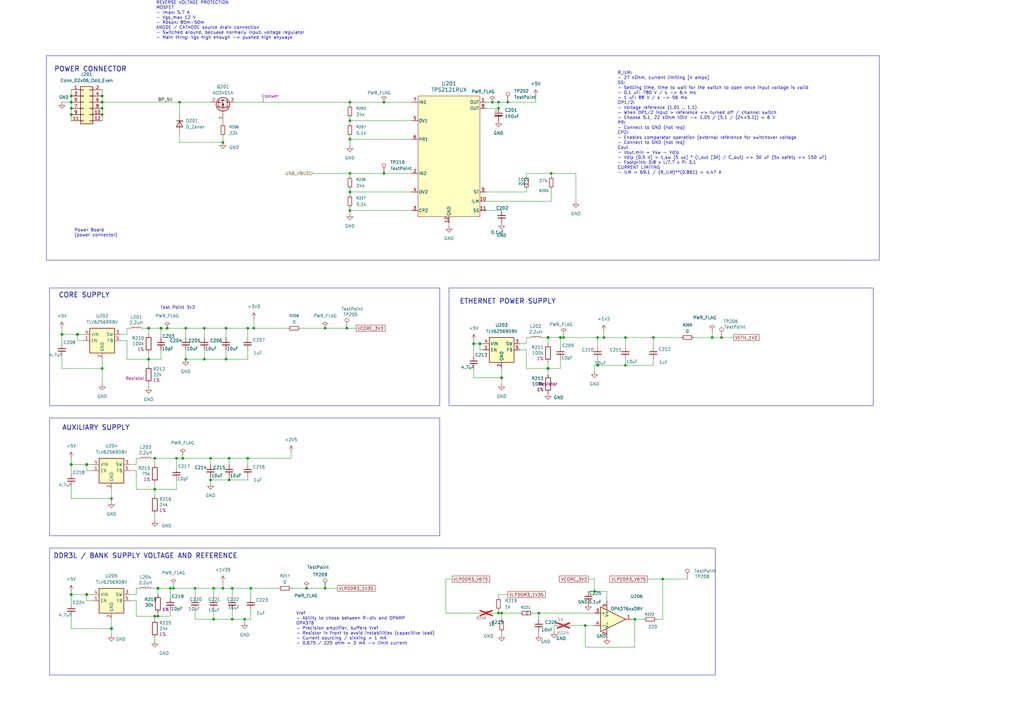
<source format=kicad_sch>
(kicad_sch (version 20250114) (generator "eeschema") (generator_version "9.0")
  (paper "A3")
  (rectangle (start 20.32 224.79) (end 293.37 276.86))
  (rectangle (start 20.32 118.11) (end 180.34 166.37))
  (rectangle (start 20.32 171.45) (end 180.34 219.71))
  (rectangle (start 184.15 118.11) (end 358.14 166.37))
  (rectangle (start 19.05 22.86) (end 360.68 106.68))
  (text "R_ILM: \n- 27 kOhm, current limiting [4 amps]\nSS:\n- Settling time, time to wait for the switch to open once input voltage is valid\n- 0.1 uF: 780 V / s -> 6.4 ms\n- 1 uF: 88 V / s -> 56 ms\nOP1/2:\n- Voltage reference (1.01 .. 1.1)\n- When OP1/2 input > reference => turned off / channel switch\n- Choose 5.1, 22 kOhm VDIV -> 1.05 / [5.1 / (24+5.1)] = 6 V\nPR:\n- Connect to GND (not req)\nCP2:\n- Enables comparator operation (external reference for switchover voltage\n- Connect to GND (not req)\nCout\n- Vout,min = Vsw - Vdip\n- Vdip [0.5 V] = t_sw [5 us] * (I_out [3A] / C_out) => 30 uF (5x safety => 150 uF)\n- Footprint: D:8 x L:7.7 x P: 3.1\nCURRENT LIMITING\n- ILM = 69.1 / (R_ILM)**(0.861) = 4.47 A" (at 253.238 71.628 0) (effects (font (size 1.27 1.27)) (justify left bottom)))
  (text "Test Point 3v3" (at 80.01 127 0) (effects (font (size 1.27 1.27)) (justify right bottom)))
  (text "DDR3L / BANK SUPPLY VOLTAGE AND REFERENCE" (at 59.69 228.092 0) (effects (font (size 2 2) (thickness 0.254) (bold yes))))
  (text "Power Board \n(power connector)" (at 30.48 97.282 0) (effects (font (size 1.27 1.27)) (justify left bottom)))
  (text "POWER CONNECTOR" (at 37.084 28.448 0) (effects (font (size 2 2) (thickness 0.254) (bold yes))))
  (text "ETHERNET POWER SUPPLY" (at 208.28 123.698 0) (effects (font (size 2 2) (thickness 0.254) (bold yes))))
  (text "REVERSE VOLTAGE PROTECTION\nMOSFET\n- Imax: 5.7 A\n- Vgs_max 12 V\n- Rdson: 85m-50m\nANODE / CATHODE source drain connection\n- Switched around, becuase normally input: voltage regulator\n- Main thing: Vgs high enough -> pushed high anyways" (at 64.008 16.256 0) (effects (font (size 1.27 1.27)) (justify left bottom)))
  (text "Vref\n- Ability to chose between R-div and OPAMP\nOPA376\n- Precision amplifier, buffers Vref\n- Resistor in front to avoid instabilities (capacitive load)\n- Current sourcing / sinking > 1 mA\n- 0.675 / 225 ohm = 3 mA -> limit current" (at 121.412 264.668 0) (effects (font (size 1.27 1.27)) (justify left bottom)))
  (text "CORE SUPPLY" (at 34.544 121.158 0) (effects (font (size 2 2) (thickness 0.254) (bold yes))))
  (text "AUXILIARY SUPPLY" (at 39.37 175.514 0) (effects (font (size 2 2) (thickness 0.254) (bold yes))))
  (junction (at 41.91 44.45))
  (junction (at 201.93 41.91))
  (junction (at 63.5 187.96))
  (junction (at 231.14 138.43))
  (junction (at 245.11 138.43))
  (junction (at 29.21 41.91))
  (junction (at 63.5 252.73))
  (junction (at 295.91 138.43))
  (junction (at 29.21 39.37))
  (junction (at 208.28 41.91))
  (junction (at 64.77 252.73))
  (junction (at 125.73 241.3))
  (junction (at 29.21 46.99))
  (junction (at 87.63 241.3))
  (junction (at 142.24 134.62))
  (junction (at 220.98 251.46))
  (junction (at 95.25 241.3))
  (junction (at 247.65 138.43))
  (junction (at 267.97 138.43))
  (junction (at 25.4 137.16) (diameter 1.016))
  (junction (at 224.79 138.43) (diameter 1.016))
  (junction (at 87.63 254))
  (junction (at 93.98 196.85))
  (junction (at 74.93 187.96))
  (junction (at 243.84 242.57))
  (junction (at 76.2 134.62))
  (junction (at 45.72 257.81) (diameter 1.016))
  (junction (at 92.71 147.32))
  (junction (at 260.35 254))
  (junction (at 93.98 187.96))
  (junction (at 35.56 243.84) (diameter 1.016))
  (junction (at 92.71 134.62))
  (junction (at 41.91 151.13))
  (junction (at 35.56 190.5) (diameter 1.016))
  (junction (at 101.6 187.96))
  (junction (at 204.47 41.91))
  (junction (at 143.51 71.12))
  (junction (at 229.87 138.43) (diameter 1.016))
  (junction (at 143.51 57.15))
  (junction (at 157.48 71.12))
  (junction (at 271.78 237.49))
  (junction (at 60.96 134.62) (diameter 1.016))
  (junction (at 76.2 147.32))
  (junction (at 133.35 241.3))
  (junction (at 91.44 58.42))
  (junction (at 29.21 243.84) (diameter 1.016))
  (junction (at 245.11 149.86))
  (junction (at 73.66 41.91))
  (junction (at 64.77 241.3) (diameter 1.016))
  (junction (at 292.1 138.43))
  (junction (at 63.5 200.66))
  (junction (at 157.48 41.91))
  (junction (at 80.01 241.3))
  (junction (at 68.58 134.62))
  (junction (at 91.44 241.3))
  (junction (at 95.25 254))
  (junction (at 83.82 134.62))
  (junction (at 72.39 187.96))
  (junction (at 100.33 254))
  (junction (at 205.74 251.46))
  (junction (at 102.87 241.3))
  (junction (at 143.51 86.36))
  (junction (at 69.85 241.3))
  (junction (at 86.36 187.96))
  (junction (at 205.74 154.94) (diameter 1.016))
  (junction (at 256.54 149.86))
  (junction (at 143.51 41.91))
  (junction (at 86.36 196.85))
  (junction (at 29.21 190.5) (diameter 1.016))
  (junction (at 83.82 147.32))
  (junction (at 194.31 140.97) (diameter 1.016))
  (junction (at 71.12 241.3))
  (junction (at 143.51 49.53))
  (junction (at 204.47 251.46))
  (junction (at 31.75 137.16) (diameter 1.016))
  (junction (at 224.79 151.13) (diameter 1.016))
  (junction (at 196.85 140.97) (diameter 1.016))
  (junction (at 60.96 147.32) (diameter 1.016))
  (junction (at 204.47 44.45))
  (junction (at 29.21 44.45))
  (junction (at 41.91 39.37))
  (junction (at 240.03 256.54))
  (junction (at 41.91 46.99))
  (junction (at 143.51 78.74))
  (junction (at 133.35 134.62))
  (junction (at 104.14 134.62))
  (junction (at 45.72 204.47))
  (junction (at 256.54 138.43))
  (junction (at 101.6 134.62))
  (junction (at 41.91 41.91))
  (junction (at 66.04 134.62) (diameter 1.016))
  (junction (at 226.06 71.12))
  (wire (pts (xy 143.51 57.15) (xy 143.51 59.69)))
  (wire (pts (xy 220.98 254) (xy 220.98 251.46)))
  (wire (pts (xy 260.35 265.43) (xy 240.03 265.43)))
  (wire (pts (xy 226.06 71.12) (xy 236.22 71.12)))
  (wire (pts (xy 29.21 41.91) (xy 25.4 41.91)))
  (wire (pts (xy 215.9 140.97) (xy 215.9 138.43)))
  (wire (pts (xy 60.96 157.48) (xy 60.96 158.75)))
  (wire (pts (xy 198.12 143.51) (xy 196.85 143.51)))
  (wire (pts (xy 31.75 139.7) (xy 31.75 137.16)))
  (wire (pts (xy 205.74 251.46) (xy 205.74 254)))
  (wire (pts (xy 194.31 139.7) (xy 194.31 140.97)))
  (wire (pts (xy 83.82 134.62) (xy 83.82 138.43)))
  (wire (pts (xy 63.5 261.62) (xy 63.5 262.89)))
  (wire (pts (xy 256.54 138.43) (xy 267.97 138.43)))
  (wire (pts (xy 168.91 86.36) (xy 143.51 86.36)))
  (wire (pts (xy 194.31 140.97) (xy 194.31 146.05)))
  (wire (pts (xy 69.85 241.3) (xy 69.85 245.11)))
  (wire (pts (xy 55.88 252.73) (xy 63.5 252.73)))
  (wire (pts (xy 55.88 187.96) (xy 55.88 190.5)))
  (wire (pts (xy 143.51 80.01) (xy 143.51 78.74)))
  (wire (pts (xy 205.74 154.94) (xy 205.74 157.48)))
  (wire (pts (xy 243.84 149.86) (xy 245.11 149.86)))
  (wire (pts (xy 80.01 254) (xy 87.63 254)))
  (wire (pts (xy 101.6 195.58) (xy 101.6 196.85)))
  (wire (pts (xy 38.1 246.38) (xy 35.56 246.38)))
  (wire (pts (xy 45.72 257.81) (xy 45.72 260.35)))
  (wire (pts (xy 205.74 259.08) (xy 205.74 260.35)))
  (wire (pts (xy 55.88 241.3) (xy 57.15 241.3)))
  (wire (pts (xy 264.16 254) (xy 260.35 254)))
  (wire (pts (xy 245.11 149.86) (xy 256.54 149.86)))
  (wire (pts (xy 91.44 55.88) (xy 91.44 58.42)))
  (wire (pts (xy 231.14 138.43) (xy 245.11 138.43)))
  (wire (pts (xy 86.36 196.85) (xy 86.36 198.12)))
  (wire (pts (xy 29.21 243.84) (xy 35.56 243.84)))
  (wire (pts (xy 260.35 254) (xy 259.08 254)))
  (wire (pts (xy 224.79 138.43) (xy 229.87 138.43)))
  (wire (pts (xy 157.48 71.12) (xy 168.91 71.12)))
  (wire (pts (xy 63.5 187.96) (xy 63.5 190.5)))
  (wire (pts (xy 25.4 146.05) (xy 25.4 151.13)))
  (wire (pts (xy 241.3 242.57) (xy 243.84 242.57)))
  (wire (pts (xy 271.78 237.49) (xy 271.78 254)))
  (wire (pts (xy 72.39 187.96) (xy 74.93 187.96)))
  (wire (pts (xy 93.98 195.58) (xy 93.98 196.85)))
  (wire (pts (xy 205.74 151.13) (xy 205.74 154.94)))
  (wire (pts (xy 25.4 137.16) (xy 25.4 140.97)))
  (wire (pts (xy 64.77 251.46) (xy 64.77 252.73)))
  (wire (pts (xy 231.14 137.16) (xy 231.14 138.43)))
  (wire (pts (xy 224.79 138.43) (xy 224.79 140.97)))
  (wire (pts (xy 80.01 241.3) (xy 80.01 245.11)))
  (wire (pts (xy 60.96 147.32) (xy 60.96 149.86)))
  (wire (pts (xy 243.84 149.86) (xy 243.84 152.4)))
  (wire (pts (xy 184.15 92.71) (xy 184.15 91.44)))
  (wire (pts (xy 199.39 82.55) (xy 226.06 82.55)))
  (wire (pts (xy 41.91 44.45) (xy 41.91 46.99)))
  (wire (pts (xy 52.07 137.16) (xy 49.53 137.16)))
  (wire (pts (xy 91.44 50.8) (xy 91.44 49.53)))
  (wire (pts (xy 66.04 147.32) (xy 60.96 147.32)))
  (wire (pts (xy 41.91 39.37) (xy 41.91 41.91)))
  (wire (pts (xy 86.36 195.58) (xy 86.36 196.85)))
  (wire (pts (xy 208.28 41.91) (xy 204.47 41.91)))
  (wire (pts (xy 29.21 46.99) (xy 29.21 49.53)))
  (wire (pts (xy 104.14 134.62) (xy 104.14 130.81)))
  (wire (pts (xy 83.82 143.51) (xy 83.82 147.32)))
  (wire (pts (xy 76.2 138.43) (xy 76.2 134.62)))
  (wire (pts (xy 194.31 151.13) (xy 194.31 154.94)))
  (wire (pts (xy 35.56 246.38) (xy 35.56 243.84)))
  (wire (pts (xy 292.1 135.89) (xy 292.1 138.43)))
  (wire (pts (xy 182.88 237.49) (xy 185.42 237.49)))
  (wire (pts (xy 119.38 187.96) (xy 119.38 185.42)))
  (wire (pts (xy 60.96 147.32) (xy 52.07 147.32)))
  (wire (pts (xy 29.21 187.96) (xy 29.21 190.5)))
  (wire (pts (xy 196.85 143.51) (xy 196.85 140.97)))
  (wire (pts (xy 55.88 246.38) (xy 55.88 252.73)))
  (wire (pts (xy 271.78 254) (xy 269.24 254)))
  (wire (pts (xy 41.91 36.83) (xy 41.91 39.37)))
  (wire (pts (xy 34.29 139.7) (xy 31.75 139.7)))
  (wire (pts (xy 86.36 196.85) (xy 93.98 196.85)))
  (wire (pts (xy 199.39 44.45) (xy 204.47 44.45)))
  (wire (pts (xy 45.72 254) (xy 45.72 257.81)))
  (wire (pts (xy 45.72 200.66) (xy 45.72 204.47)))
  (wire (pts (xy 63.5 200.66) (xy 55.88 200.66)))
  (wire (pts (xy 101.6 187.96) (xy 119.38 187.96)))
  (wire (pts (xy 73.66 58.42) (xy 73.66 54.61)))
  (wire (pts (xy 240.03 256.54) (xy 240.03 265.43)))
  (wire (pts (xy 267.97 138.43) (xy 267.97 142.24)))
  (wire (pts (xy 55.88 243.84) (xy 55.88 241.3)))
  (wire (pts (xy 182.88 251.46) (xy 196.85 251.46)))
  (wire (pts (xy 92.71 134.62) (xy 101.6 134.62)))
  (wire (pts (xy 143.51 71.12) (xy 157.48 71.12)))
  (wire (pts (xy 196.85 140.97) (xy 198.12 140.97)))
  (wire (pts (xy 87.63 245.11) (xy 87.63 241.3)))
  (wire (pts (xy 142.24 134.62) (xy 133.35 134.62)))
  (wire (pts (xy 101.6 134.62) (xy 101.6 138.43)))
  (wire (pts (xy 63.5 187.96) (xy 72.39 187.96)))
  (wire (pts (xy 52.07 134.62) (xy 52.07 137.16)))
  (wire (pts (xy 25.4 134.62) (xy 25.4 137.16)))
  (wire (pts (xy 220.98 251.46) (xy 243.84 251.46)))
  (wire (pts (xy 66.04 143.51) (xy 66.04 147.32)))
  (wire (pts (xy 86.36 187.96) (xy 86.36 190.5)))
  (wire (pts (xy 229.87 151.13) (xy 224.79 151.13)))
  (wire (pts (xy 74.93 186.69) (xy 74.93 187.96)))
  (wire (pts (xy 233.68 256.54) (xy 240.03 256.54)))
  (wire (pts (xy 224.79 148.59) (xy 224.79 151.13)))
  (wire (pts (xy 92.71 138.43) (xy 92.71 134.62)))
  (wire (pts (xy 101.6 196.85) (xy 93.98 196.85)))
  (wire (pts (xy 53.34 246.38) (xy 55.88 246.38)))
  (wire (pts (xy 199.39 41.91) (xy 201.93 41.91)))
  (wire (pts (xy 204.47 250.19) (xy 204.47 251.46)))
  (wire (pts (xy 73.66 41.91) (xy 73.66 46.99)))
  (wire (pts (xy 256.54 147.32) (xy 256.54 149.86)))
  (wire (pts (xy 91.44 241.3) (xy 95.25 241.3)))
  (wire (pts (xy 41.91 147.32) (xy 41.91 151.13)))
  (wire (pts (xy 76.2 147.32) (xy 83.82 147.32)))
  (wire (pts (xy 45.72 204.47) (xy 45.72 205.74)))
  (wire (pts (xy 29.21 36.83) (xy 29.21 39.37)))
  (wire (pts (xy 218.44 251.46) (xy 220.98 251.46)))
  (wire (pts (xy 243.84 237.49) (xy 243.84 242.57)))
  (wire (pts (xy 29.21 204.47) (xy 45.72 204.47)))
  (wire (pts (xy 143.51 85.09) (xy 143.51 86.36)))
  (wire (pts (xy 63.5 200.66) (xy 63.5 203.2)))
  (wire (pts (xy 157.48 41.91) (xy 168.91 41.91)))
  (wire (pts (xy 143.51 55.88) (xy 143.51 57.15)))
  (wire (pts (xy 55.88 200.66) (xy 55.88 193.04)))
  (wire (pts (xy 267.97 138.43) (xy 279.4 138.43)))
  (wire (pts (xy 29.21 243.84) (xy 29.21 247.65)))
  (wire (pts (xy 76.2 134.62) (xy 83.82 134.62)))
  (wire (pts (xy 29.21 39.37) (xy 29.21 41.91)))
  (wire (pts (xy 55.88 193.04) (xy 53.34 193.04)))
  (wire (pts (xy 219.71 41.91) (xy 208.28 41.91)))
  (wire (pts (xy 265.43 237.49) (xy 271.78 237.49)))
  (wire (pts (xy 69.85 252.73) (xy 64.77 252.73)))
  (wire (pts (xy 41.91 46.99) (xy 41.91 49.53)))
  (wire (pts (xy 87.63 254) (xy 95.25 254)))
  (wire (pts (xy 73.66 58.42) (xy 91.44 58.42)))
  (wire (pts (xy 215.9 151.13) (xy 224.79 151.13)))
  (wire (pts (xy 215.9 71.12) (xy 226.06 71.12)))
  (wire (pts (xy 143.51 78.74) (xy 168.91 78.74)))
  (wire (pts (xy 201.93 251.46) (xy 204.47 251.46)))
  (wire (pts (xy 29.21 257.81) (xy 45.72 257.81)))
  (wire (pts (xy 118.11 134.62) (xy 104.14 134.62)))
  (wire (pts (xy 100.33 254) (xy 100.33 255.27)))
  (wire (pts (xy 133.35 241.3) (xy 138.43 241.3)))
  (wire (pts (xy 229.87 138.43) (xy 231.14 138.43)))
  (wire (pts (xy 29.21 252.73) (xy 29.21 257.81)))
  (wire (pts (xy 95.25 245.11) (xy 95.25 241.3)))
  (wire (pts (xy 295.91 138.43) (xy 300.99 138.43)))
  (wire (pts (xy 35.56 243.84) (xy 38.1 243.84)))
  (wire (pts (xy 247.65 135.89) (xy 247.65 138.43)))
  (wire (pts (xy 201.93 41.91) (xy 204.47 41.91)))
  (wire (pts (xy 281.94 237.49) (xy 271.78 237.49)))
  (wire (pts (xy 215.9 71.12) (xy 215.9 72.39)))
  (wire (pts (xy 260.35 265.43) (xy 260.35 254)))
  (wire (pts (xy 60.96 134.62) (xy 60.96 137.16)))
  (wire (pts (xy 205.74 251.46) (xy 213.36 251.46)))
  (wire (pts (xy 102.87 241.3) (xy 114.3 241.3)))
  (wire (pts (xy 83.82 147.32) (xy 92.71 147.32)))
  (wire (pts (xy 29.21 199.39) (xy 29.21 204.47)))
  (wire (pts (xy 25.4 137.16) (xy 31.75 137.16)))
  (wire (pts (xy 66.04 134.62) (xy 68.58 134.62)))
  (wire (pts (xy 35.56 190.5) (xy 38.1 190.5)))
  (wire (pts (xy 194.31 154.94) (xy 205.74 154.94)))
  (wire (pts (xy 64.77 241.3) (xy 69.85 241.3)))
  (wire (pts (xy 194.31 140.97) (xy 196.85 140.97)))
  (wire (pts (xy 222.25 138.43) (xy 224.79 138.43)))
  (wire (pts (xy 256.54 138.43) (xy 247.65 138.43)))
  (wire (pts (xy 215.9 78.74) (xy 215.9 77.47)))
  (wire (pts (xy 93.98 187.96) (xy 101.6 187.96)))
  (wire (pts (xy 52.07 134.62) (xy 53.34 134.62)))
  (wire (pts (xy 101.6 143.51) (xy 101.6 147.32)))
  (wire (pts (xy 96.52 41.91) (xy 143.51 41.91)))
  (wire (pts (xy 295.91 138.43) (xy 292.1 138.43)))
  (wire (pts (xy 204.47 44.45) (xy 204.47 41.91)))
  (wire (pts (xy 64.77 241.3) (xy 64.77 243.84)))
  (wire (pts (xy 73.66 41.91) (xy 86.36 41.91)))
  (wire (pts (xy 55.88 190.5) (xy 53.34 190.5)))
  (wire (pts (xy 101.6 187.96) (xy 101.6 190.5)))
  (wire (pts (xy 220.98 260.35) (xy 220.98 259.08)))
  (wire (pts (xy 143.51 49.53) (xy 143.51 48.26)))
  (wire (pts (xy 219.71 39.37) (xy 219.71 41.91)))
  (wire (pts (xy 63.5 210.82) (xy 63.5 213.36)))
  (wire (pts (xy 204.47 243.84) (xy 204.47 245.11)))
  (wire (pts (xy 63.5 200.66) (xy 72.39 200.66)))
  (wire (pts (xy 29.21 190.5) (xy 29.21 194.31)))
  (wire (pts (xy 62.23 241.3) (xy 64.77 241.3)))
  (wire (pts (xy 226.06 77.47) (xy 226.06 82.55)))
  (wire (pts (xy 87.63 250.19) (xy 87.63 254)))
  (wire (pts (xy 29.21 44.45) (xy 29.21 46.99)))
  (wire (pts (xy 95.25 254) (xy 100.33 254)))
  (wire (pts (xy 199.39 78.74) (xy 215.9 78.74)))
  (wire (pts (xy 204.47 251.46) (xy 205.74 251.46)))
  (wire (pts (xy 143.51 57.15) (xy 168.91 57.15)))
  (wire (pts (xy 236.22 71.12) (xy 236.22 82.55)))
  (wire (pts (xy 245.11 138.43) (xy 247.65 138.43)))
  (wire (pts (xy 245.11 138.43) (xy 245.11 142.24)))
  (wire (pts (xy 182.88 237.49) (xy 182.88 251.46)))
  (wire (pts (xy 63.5 252.73) (xy 63.5 254)))
  (wire (pts (xy 80.01 250.19) (xy 80.01 254)))
  (wire (pts (xy 66.04 134.62) (xy 66.04 138.43)))
  (wire (pts (xy 215.9 138.43) (xy 217.17 138.43)))
  (wire (pts (xy 29.21 190.5) (xy 35.56 190.5)))
  (wire (pts (xy 213.36 140.97) (xy 215.9 140.97)))
  (wire (pts (xy 199.39 86.36) (xy 205.74 86.36)))
  (wire (pts (xy 229.87 138.43) (xy 229.87 142.24)))
  (wire (pts (xy 63.5 252.73) (xy 64.77 252.73)))
  (wire (pts (xy 63.5 198.12) (xy 63.5 200.66)))
  (wire (pts (xy 52.07 147.32) (xy 52.07 139.7)))
  (wire (pts (xy 53.34 243.84) (xy 55.88 243.84)))
  (wire (pts (xy 69.85 250.19) (xy 69.85 252.73)))
  (wire (pts (xy 71.12 240.03) (xy 71.12 241.3)))
  (wire (pts (xy 208.28 243.84) (xy 204.47 243.84)))
  (wire (pts (xy 226.06 71.12) (xy 226.06 72.39)))
  (wire (pts (xy 60.96 144.78) (xy 60.96 147.32)))
  (wire (pts (xy 248.92 242.57) (xy 248.92 246.38)))
  (wire (pts (xy 71.12 241.3) (xy 80.01 241.3)))
  (wire (pts (xy 83.82 134.62) (xy 92.71 134.62)))
  (wire (pts (xy 143.51 43.18) (xy 143.51 41.91)))
  (wire (pts (xy 267.97 147.32) (xy 267.97 149.86)))
  (wire (pts (xy 142.24 134.62) (xy 146.05 134.62)))
  (wire (pts (xy 25.4 151.13) (xy 41.91 151.13)))
  (wire (pts (xy 227.33 256.54) (xy 227.33 259.08)))
  (wire (pts (xy 240.03 256.54) (xy 243.84 256.54)))
  (wire (pts (xy 143.51 72.39) (xy 143.51 71.12)))
  (wire (pts (xy 29.21 41.91) (xy 29.21 44.45)))
  (wire (pts (xy 92.71 143.51) (xy 92.71 147.32)))
  (wire (pts (xy 38.1 193.04) (xy 35.56 193.04)))
  (wire (pts (xy 76.2 143.51) (xy 76.2 147.32)))
  (wire (pts (xy 91.44 238.76) (xy 91.44 241.3)))
  (wire (pts (xy 102.87 241.3) (xy 102.87 245.11)))
  (wire (pts (xy 224.79 151.13) (xy 224.79 153.67)))
  (wire (pts (xy 68.58 134.62) (xy 76.2 134.62)))
  (wire (pts (xy 86.36 187.96) (xy 93.98 187.96)))
  (wire (pts (xy 241.3 237.49) (xy 243.84 237.49)))
  (wire (pts (xy 35.56 193.04) (xy 35.56 190.5)))
  (wire (pts (xy 80.01 241.3) (xy 87.63 241.3)))
  (wire (pts (xy 243.84 242.57) (xy 248.92 242.57)))
  (wire (pts (xy 29.21 242.57) (xy 29.21 243.84)))
  (wire (pts (xy 58.42 134.62) (xy 60.96 134.62)))
  (wire (pts (xy 128.27 71.12) (xy 143.51 71.12)))
  (wire (pts (xy 41.91 41.91) (xy 41.91 44.45)))
  (wire (pts (xy 123.19 134.62) (xy 133.35 134.62)))
  (wire (pts (xy 72.39 187.96) (xy 72.39 191.77)))
  (wire (pts (xy 256.54 149.86) (xy 267.97 149.86)))
  (wire (pts (xy 69.85 241.3) (xy 71.12 241.3)))
  (wire (pts (xy 143.51 41.91) (xy 157.48 41.91)))
  (wire (pts (xy 102.87 250.19) (xy 102.87 254)))
  (wire (pts (xy 143.51 49.53) (xy 168.91 49.53)))
  (wire (pts (xy 102.87 254) (xy 100.33 254)))
  (wire (pts (xy 62.23 187.96) (xy 63.5 187.96)))
  (wire (pts (xy 215.9 143.51) (xy 215.9 151.13)))
  (wire (pts (xy 60.96 134.62) (xy 66.04 134.62)))
  (wire (pts (xy 52.07 139.7) (xy 49.53 139.7)))
  (wire (pts (xy 245.11 147.32) (xy 245.11 149.86)))
  (wire (pts (xy 227.33 256.54) (xy 228.6 256.54)))
  (wire (pts (xy 87.63 241.3) (xy 91.44 241.3)))
  (wire (pts (xy 95.25 250.19) (xy 95.25 254)))
  (wire (pts (xy 101.6 134.62) (xy 104.14 134.62)))
  (wire (pts (xy 143.51 78.74) (xy 143.51 77.47)))
  (wire (pts (xy 74.93 187.96) (xy 86.36 187.96)))
  (wire (pts (xy 119.38 241.3) (xy 125.73 241.3)))
  (wire (pts (xy 213.36 143.51) (xy 215.9 143.51)))
  (wire (pts (xy 41.91 41.91) (xy 73.66 41.91)))
  (wire (pts (xy 256.54 142.24) (xy 256.54 138.43)))
  (wire (pts (xy 95.25 241.3) (xy 102.87 241.3)))
  (wire (pts (xy 31.75 137.16) (xy 34.29 137.16)))
  (wire (pts (xy 125.73 241.3) (xy 133.35 241.3)))
  (wire (pts (xy 143.51 86.36) (xy 143.51 87.63)))
  (wire (pts (xy 284.48 138.43) (xy 292.1 138.43)))
  (wire (pts (xy 229.87 147.32) (xy 229.87 151.13)))
  (wire (pts (xy 93.98 187.96) (xy 93.98 190.5)))
  (wire (pts (xy 92.71 147.32) (xy 101.6 147.32)))
  (wire (pts (xy 143.51 50.8) (xy 143.51 49.53)))
  (wire (pts (xy 72.39 196.85) (xy 72.39 200.66)))
  (wire (pts (xy 41.91 157.48) (xy 41.91 151.13)))
  (wire (pts (xy 55.88 187.96) (xy 57.15 187.96)))
  (label "BP_5V" (at 64.77 41.91 0))
  (global_label "VLPDDR3_V675" (shape passive) (at 185.42 237.49 0) (property "Intersheetrefs" "${INTERSHEET_REFS}" (effects (hide yes))))
  (global_label "VCORE_3V3" (shape passive) (at 146.05 134.62 0) (property "Intersheetrefs" "${INTERSHEET_REFS}" (effects (hide yes))))
  (global_label "VLPDDR3_1V35" (shape passive) (at 138.43 241.3 0) (property "Intersheetrefs" "${INTERSHEET_REFS}" (effects (hide yes))))
  (global_label "VETH_1V2" (shape passive) (at 300.99 138.43 0) (property "Intersheetrefs" "${INTERSHEET_REFS}" (effects (hide yes))))
  (global_label "VCORE_3V3" (shape passive) (at 241.3 237.49 180) (property "Intersheetrefs" "${INTERSHEET_REFS}" (effects (hide yes))))
  (global_label "VLPDDR3_1V35" (shape passive) (at 208.28 243.84 0) (property "Intersheetrefs" "${INTERSHEET_REFS}" (effects (hide yes))))
  (global_label "VLPDDR3_V675" (shape passive) (at 265.43 237.49 180) (property "Intersheetrefs" "${INTERSHEET_REFS}" (effects (hide yes))))
  (hierarchical_label "USB_VBUS" (shape input) (at 128.27 71.12 180))
  (netclass_flag "" (length 2.54) (shape round) (at 107.95 41.91 0) (property "Netclass" "power" (at 108.6485 39.37 0) (effects (justify left))))
  (symbol (lib_id "Device:R") (at 60.96 140.97 180) (unit 1)
    (property "Reference" "R210" (at 59.182 138.6713 0) (effects (justify left)))
    (property "Value" "100k" (at 59.182 140.97 0) (effects (justify left)))
    (property "Footprint" "Resistor_SMD:R_0603_1608Metric" (effects (hide yes)))
    (property "Description" "Resistor" (effects (hide yes)))
    (property "LPN" "C25803" (effects (hide yes)))
    (property "MPN" "0603WAF1003T5E" (effects (hide yes)))
    (property "Tol" "1%" (at 59.182 143.2687 0) (effects (justify left)))
  )
  (symbol (lib_id "Device:C_Small") (at 95.25 247.65 0) (unit 1)
    (property "Reference" "C222" (at 92.964 245.872 0) (effects (justify left)))
    (property "Value" "10uF" (at 93.472 249.174 0) (effects (justify left)))
    (property "Footprint" "Capacitor_SMD:C_0603_1608Metric" (effects (hide yes)))
    (property "Datasheet" "https://jlcpcb.com/api/file/downloadByFileSystemAccessId/8579707107920437248" (effects (hide yes)))
    (property "Description" "Unpolarized capacitor, small symbol" (effects (hide yes)))
    (property "LPN" "C19702" (effects (hide yes)))
    (property "MPN" "CL10A106KP8NNNC" (effects (hide yes)))
  )
  (symbol (lib_id "Device:C_Small") (at 241.3 245.11 0) (unit 1)
    (property "Reference" "C225" (at 241.554 243.332 0) (effects (justify left)))
    (property "Value" "0.1uF" (at 241.3 246.888 0) (effects (justify left)))
    (property "Footprint" "Capacitor_SMD:C_0201_0603Metric" (effects (hide yes)))
    (property "Datasheet" "https://jlcpcb.com/api/file/downloadByFileSystemAccessId/8603345729432014848" (effects (hide yes)))
    (property "Description" "X7R" (effects (hide yes)))
    (property "LPN" "C22435929" (effects (hide yes)))
    (property "MPN" "CGA0201X7R104K160ET " (effects (hide yes)))
  )
  (symbol (lib_id "power:GND") (at 45.72 260.35 0) (unit 1)
    (property "Reference" "#PWR0230" (effects (hide yes)))
    (property "Value" "GND" (at 49.53 262.128 0))
    (property "Description" "Power symbol creates a global label with name \"GND\" , ground" (effects (hide yes)))
  )
  (symbol (lib_id "power:GND") (at 220.98 260.35 0) (mirror y) (unit 1)
    (property "Reference" "#PWR0235" (effects (hide yes)))
    (property "Value" "GND" (at 223.774 263.144 0))
    (property "Description" "Power symbol creates a global label with name \"GND\" , ground" (effects (hide yes)))
  )
  (symbol (lib_id "Device:R") (at 224.79 157.48 180) (unit 1)
    (property "Reference" "R213" (at 223.012 155.1813 0) (effects (justify left)))
    (property "Value" "100k" (at 223.012 157.48 0) (effects (justify left)))
    (property "Footprint" "Resistor_SMD:R_0603_1608Metric" (effects (hide yes)))
    (property "Description" "Resistor" (at 224.79 157.48 0))
    (property "LPN" "C25803" (effects (hide yes)))
    (property "MPN" "0603WAF1003T5E" (effects (hide yes)))
    (property "Tol" "1%" (at 223.012 159.7787 0) (effects (justify left)))
  )
  (symbol (lib_id "power:GND") (at 204.47 49.53 0) (unit 1)
    (property "Reference" "#PWR0202" (effects (hide yes)))
    (property "Value" "GND" (at 204.47 54.61 0))
    (property "Description" "Power symbol creates a global label with name \"GND\" , ground" (effects (hide yes)))
  )
  (symbol (lib_id "Device:C_Small") (at 29.21 196.85 0) (unit 1)
    (property "Reference" "C218" (at 29.718 193.802 0) (effects (justify left)))
    (property "Value" "4.7uF" (at 29.464 198.882 0) (effects (justify right)))
    (property "Footprint" "Capacitor_SMD:C_0402_1005Metric" (effects (hide yes)))
    (property "Datasheet" "https://jlcpcb.com/api/file/downloadByFileSystemAccessId/8579707315714920448" (effects (hide yes)))
    (property "Description" "X5R, 10V" (effects (hide yes)))
    (property "LPN" "C23733" (effects (hide yes)))
    (property "MPN" "CL05A475MP5NRNC" (effects (hide yes)))
  )
  (symbol (lib_id "Device:R_Small") (at 143.51 45.72 0) (unit 1)
    (property "Reference" "R203" (at 146.05 44.4499 0) (effects (font (size 1.016 1.016)) (justify left)))
    (property "Value" "24k" (at 146.05 46.9899 0) (effects (justify left)))
    (property "Footprint" "Resistor_SMD:R_0603_1608Metric" (effects (hide yes)))
    (property "Datasheet" "https://jlcpcb.com/api/file/downloadByFileSystemAccessId/8579706277024620544" (effects (hide yes)))
    (property "Description" "Resistor, small symbol" (effects (hide yes)))
    (property "LPN" "C23352" (effects (hide yes)))
    (property "MPN" "0603WAF2402T5E" (effects (hide yes)))
  )
  (symbol (lib_id "Device:R") (at 63.5 257.81 180) (unit 1)
    (property "Reference" "R225" (at 65.2781 255.5113 0) (effects (justify right)))
    (property "Value" "24k" (at 65.2781 257.81 0) (effects (justify right)))
    (property "Footprint" "Resistor_SMD:R_0603_1608Metric" (effects (hide yes)))
    (property "Description" "Resistor" (effects (hide yes)))
    (property "LPN" "C23352" (effects (hide yes)))
    (property "MPN" "0603WAF2402T5E" (effects (hide yes)))
    (property "Tol" "1%" (at 65.2781 260.1087 0) (effects (justify right)))
  )
  (symbol (lib_id "power:+5V") (at 219.71 39.37 0) (unit 1)
    (property "Reference" "#PWR0201" (effects (hide yes)))
    (property "Value" "+5V" (at 219.71 34.29 0))
    (property "Description" "Power symbol creates a global label with name \"+5V\"" (effects (hide yes)))
  )
  (symbol (lib_id "Device:R_Small") (at 116.84 241.3 90) (unit 1)
    (property "Reference" "R217" (at 116.84 236.22 90) (effects (font (size 1.016 1.016))))
    (property "Value" "0" (at 116.84 238.76 90))
    (property "Footprint" "Resistor_SMD:R_0805_2012Metric_Pad1.20x1.40mm_HandSolder" (effects (hide yes)))
    (property "Datasheet" "https://jlcpcb.com/api/file/downloadByFileSystemAccessId/8579706711113842688" (effects (hide yes)))
    (property "Description" "125mW" (effects (hide yes)))
    (property "LPN" "C17477" (effects (hide yes)))
    (property "MPN" "0805W8F0000T5E" (effects (hide yes)))
  )
  (symbol (lib_id "Connector:TestPoint") (at 295.91 138.43 0) (unit 1)
    (property "Reference" "TP206" (at 296.672 131.826 0) (effects (justify left)))
    (property "Value" "TestPoint" (at 296.926 134.112 0) (effects (justify left)))
    (property "Footprint" "TestPoint:TestPoint_Pad_D2.0mm" (effects (hide yes)))
    (property "Description" "test point" (effects (hide yes)))
  )
  (symbol (lib_id "power:+1V35") (at 91.44 238.76 0) (unit 1)
    (property "Reference" "#PWR0225" (effects (hide yes)))
    (property "Value" "+1V35" (at 91.44 233.68 0))
    (property "Description" "Power symbol creates a global label with name \"+1V35\"" (effects (hide yes)))
  )
  (symbol (lib_id "Device:C_Small") (at 76.2 140.97 0) (unit 1)
    (property "Reference" "C204" (at 69.596 139.7 0) (effects (justify left)))
    (property "Value" "10uF" (at 76.454 143.002 0) (effects (justify left)))
    (property "Footprint" "Capacitor_SMD:C_0603_1608Metric" (effects (hide yes)))
    (property "Datasheet" "https://jlcpcb.com/api/file/downloadByFileSystemAccessId/8579707107920437248" (effects (hide yes)))
    (property "Description" "X5R, 10V" (effects (hide yes)))
    (property "LPN" "C19702" (effects (hide yes)))
    (property "MPN" "CL10A106KP8NNNC" (effects (hide yes)))
  )
  (symbol (lib_id "power:PWR_FLAG") (at 133.35 134.62 0) (unit 1)
    (property "Reference" "#FLG0204" (effects (hide yes)))
    (property "Value" "PWR_FLAG" (at 133.35 129.54 0))
    (property "Description" "Special symbol for telling ERC where power comes from" (effects (hide yes)))
  )
  (symbol (lib_id "Device:R") (at 224.79 144.78 180) (unit 1)
    (property "Reference" "R211" (at 223.012 142.4813 0) (effects (justify left)))
    (property "Value" "100k" (at 223.012 144.78 0) (effects (justify left)))
    (property "Footprint" "Resistor_SMD:R_0603_1608Metric" (effects (hide yes)))
    (property "Description" "Resistor" (effects (hide yes)))
    (property "LPN" "C25803" (effects (hide yes)))
    (property "MPN" "0603WAF1003T5E" (effects (hide yes)))
    (property "Tol" "1%" (at 223.012 147.0787 0) (effects (justify left)))
  )
  (symbol (lib_id "power:GND") (at 60.96 158.75 0) (unit 1)
    (property "Reference" "#PWR0218" (effects (hide yes)))
    (property "Value" "GND" (at 60.96 163.83 0))
    (property "Description" "Power symbol creates a global label with name \"GND\" , ground" (effects (hide yes)))
  )
  (symbol (lib_id "power:PWR_FLAG") (at 74.93 186.69 0) (unit 1)
    (property "Reference" "#FLG0207" (effects (hide yes)))
    (property "Value" "PWR_FLAG" (at 74.93 181.61 0))
    (property "Description" "Special symbol for telling ERC where power comes from" (effects (hide yes)))
  )
  (symbol (lib_id "Device:C_Small") (at 92.71 140.97 0) (unit 1)
    (property "Reference" "C206" (at 86.106 139.7 0) (effects (justify left)))
    (property "Value" "10uF" (at 92.964 143.002 0) (effects (justify left)))
    (property "Footprint" "Capacitor_SMD:C_0603_1608Metric" (effects (hide yes)))
    (property "Datasheet" "https://jlcpcb.com/api/file/downloadByFileSystemAccessId/8579707107920437248" (effects (hide yes)))
    (property "Description" "X5R, 10V" (effects (hide yes)))
    (property "LPN" "C19702" (effects (hide yes)))
    (property "MPN" "CL10A106KP8NNNC" (effects (hide yes)))
  )
  (symbol (lib_id "Device:R") (at 64.77 247.65 180) (unit 1)
    (property "Reference" "R218" (at 59.182 245.872 0) (effects (justify right)))
    (property "Value" "30k" (at 59.436 248.158 0) (effects (justify right)))
    (property "Footprint" "Resistor_SMD:R_0603_1608Metric" (effects (hide yes)))
    (property "Description" "Resistor" (effects (hide yes)))
    (property "LPN" "C22984" (effects (hide yes)))
    (property "MPN" "0603WAF3002T5E" (effects (hide yes)))
    (property "Tol" "1%" (at 66.5481 249.9487 0) (effects (justify right)))
  )
  (symbol (lib_id "Device:C_Small") (at 101.6 193.04 0) (unit 1)
    (property "Reference" "C216" (at 103.632 191.516 0) (effects (justify left)))
    (property "Value" "1uF" (at 103.886 196.85 0) (effects (justify left)))
    (property "Footprint" "Capacitor_SMD:C_0805_2012Metric" (effects (hide yes)))
    (property "Datasheet" "https://jlcpcb.com/api/file/downloadByFileSystemAccessId/8579706862004473856" (effects (hide yes)))
    (property "Description" "X7R, +-10%" (effects (hide yes)))
    (property "LPN" "C28323" (effects (hide yes)))
    (property "MPN" "CL21B105KBFNNNE" (effects (hide yes)))
  )
  (symbol (lib_id "Device:R_Small") (at 143.51 53.34 0) (unit 1)
    (property "Reference" "R207" (at 146.05 52.0699 0) (effects (font (size 1.016 1.016)) (justify left)))
    (property "Value" "5.1k" (at 146.05 54.6099 0) (effects (justify left)))
    (property "Footprint" "Resistor_SMD:R_0603_1608Metric" (effects (hide yes)))
    (property "Datasheet" "https://jlcpcb.com/api/file/downloadByFileSystemAccessId/8579706277024620544" (effects (hide yes)))
    (property "Description" "Resistor, small symbol" (effects (hide yes)))
    (property "LPN" "C23186" (effects (hide yes)))
    (property "MPN" "0603WAF5101T5E" (effects (hide yes)))
  )
  (symbol (lib_id "power:GND") (at 45.72 205.74 0) (unit 1)
    (property "Reference" "#PWR0223" (effects (hide yes)))
    (property "Value" "GND" (at 45.72 210.82 0))
    (property "Description" "Power symbol creates a global label with name \"GND\" , ground" (effects (hide yes)))
  )
  (symbol (lib_id "Device:C_Small") (at 86.36 193.04 0) (unit 1)
    (property "Reference" "C214" (at 79.756 191.77 0) (effects (justify left)))
    (property "Value" "10uF" (at 86.614 195.072 0) (effects (justify left)))
    (property "Footprint" "Capacitor_SMD:C_0603_1608Metric" (effects (hide yes)))
    (property "Datasheet" "https://jlcpcb.com/api/file/downloadByFileSystemAccessId/8579707107920437248" (effects (hide yes)))
    (property "Description" "Unpolarized capacitor, small symbol" (effects (hide yes)))
    (property "LPN" "C19702" (effects (hide yes)))
    (property "MPN" "CL10A106KP8NNNC" (effects (hide yes)))
  )
  (symbol (lib_id "Device:R") (at 63.5 194.31 180) (unit 1)
    (property "Reference" "R215" (at 61.722 192.0113 0) (effects (justify left)))
    (property "Value" "75k" (at 61.722 194.31 0) (effects (justify left)))
    (property "Footprint" "Resistor_SMD:R_0603_1608Metric" (effects (hide yes)))
    (property "Description" "Resistor" (effects (hide yes)))
    (property "LPN" "C23242" (effects (hide yes)))
    (property "MPN" "0603WAF7502T5E" (effects (hide yes)))
    (property "Tol" "1%" (at 61.722 196.6087 0) (effects (justify left)))
  )
  (symbol (lib_id "Device:C_Small") (at 267.97 144.78 0) (unit 1)
    (property "Reference" "C212" (at 270.002 143.256 0) (effects (justify left)))
    (property "Value" "1uF" (at 270.256 148.59 0) (effects (justify left)))
    (property "Footprint" "Capacitor_SMD:C_0805_2012Metric" (effects (hide yes)))
    (property "Datasheet" "https://jlcpcb.com/api/file/downloadByFileSystemAccessId/8579706862004473856" (effects (hide yes)))
    (property "Description" "X7R, +-10%" (effects (hide yes)))
    (property "LPN" "C28323" (effects (hide yes)))
    (property "MPN" "CL21B105KBFNNNE" (effects (hide yes)))
  )
  (symbol (lib_id "power:GND") (at 241.3 247.65 0) (mirror y) (unit 1)
    (property "Reference" "#PWR0234" (effects (hide yes)))
    (property "Value" "GND" (at 239.014 246.888 0))
    (property "Description" "Power symbol creates a global label with name \"GND\" , ground" (effects (hide yes)))
  )
  (symbol (lib_id "power:GND") (at 100.33 255.27 0) (unit 1)
    (property "Reference" "#PWR0228" (effects (hide yes)))
    (property "Value" "GND" (at 100.33 260.35 0))
    (property "Description" "Power symbol creates a global label with name \"GND\" , ground" (effects (hide yes)))
  )
  (symbol (lib_id "Device:C_Small") (at 245.11 144.78 0) (unit 1)
    (property "Reference" "C210" (at 238.506 143.51 0) (effects (justify left)))
    (property "Value" "10uF" (at 243.84 148.844 0) (effects (justify left)))
    (property "Footprint" "Capacitor_SMD:C_0603_1608Metric" (effects (hide yes)))
    (property "Datasheet" "https://jlcpcb.com/api/file/downloadByFileSystemAccessId/8579707107920437248" (effects (hide yes)))
    (property "Description" "Unpolarized capacitor, small symbol" (effects (hide yes)))
    (property "LPN" "C19702" (effects (hide yes)))
    (property "MPN" "CL10A106KP8NNNC" (effects (hide yes)))
  )
  (symbol (lib_id "power:PWR_FLAG") (at 125.73 241.3 0) (unit 1)
    (property "Reference" "#FLG0210" (effects (hide yes)))
    (property "Value" "PWR_FLAG" (at 125.476 244.348 0))
    (property "Description" "Special symbol for telling ERC where power comes from" (effects (hide yes)))
  )
  (symbol (lib_id "Device:R") (at 60.96 153.67 180) (unit 1)
    (property "Reference" "R212" (at 62.7381 151.3713 0) (effects (justify right)))
    (property "Value" "22k" (at 62.7381 153.67 0) (effects (justify right)))
    (property "Footprint" "Resistor_SMD:R_0603_1608Metric" (effects (hide yes)))
    (property "Description" "Resistor" (at 55.372 155.194 0))
    (property "MPN" "0603WAF2202T5E" (effects (hide yes)))
    (property "LPN" "C31850" (effects (hide yes)))
    (property "Tol" "1%" (at 62.7381 155.9687 0) (effects (justify right)))
  )
  (symbol (lib_id "power:+5V") (at 25.4 134.62 0) (unit 1)
    (property "Reference" "#PWR0211" (effects (hide yes)))
    (property "Value" "+5V" (at 25.4 129.54 0))
    (property "Description" "Power symbol creates a global label with name \"+5V\"" (effects (hide yes)))
  )
  (symbol (lib_id "power:PWR_FLAG") (at 201.93 41.91 0) (unit 1)
    (property "Reference" "#FLG0201" (effects (hide yes)))
    (property "Value" "PWR_FLAG" (at 198.12 37.592 0))
    (property "Description" "Special symbol for telling ERC where power comes from" (effects (hide yes)))
  )
  (symbol (lib_id "Connector_Generic:Conn_02x06_Odd_Even") (at 34.29 41.91 0) (unit 1)
    (property "Reference" "J201" (at 35.56 30.48 0))
    (property "Value" "Conn_02x06_Odd_Even" (at 35.56 33.02 0))
    (property "Footprint" "Connector_PinSocket_2.54mm:PinSocket_2x06_P2.54mm_Vertical" (effects (hide yes)))
    (property "Description" "Generic connector, double row, 02x06, odd/even pin numbering scheme (row 1 odd numbers, row 2 even numbers), script generated (kicad-library-utils/schlib/autogen/connector/)" (effects (hide yes)))
  )
  (symbol (lib_id "Connector:TestPoint") (at 281.94 237.49 0) (unit 1)
    (property "Reference" "TP208" (at 284.988 236.474 0) (effects (justify left)))
    (property "Value" "TestPoint" (at 284.734 234.188 0) (effects (justify left)))
    (property "Footprint" "TestPoint:TestPoint_Loop_D1.80mm_Drill1.0mm_Beaded" (effects (hide yes)))
    (property "Description" "test point" (effects (hide yes)))
  )
  (symbol (lib_id "Regulator_Switching:TLV62569DBV") (at 41.91 139.7 0) (unit 1)
    (property "Reference" "U202" (at 41.91 129.54 0))
    (property "Value" "TLV62569DBV" (at 41.91 132.08 0))
    (property "Footprint" "Package_TO_SOT_SMD:SOT-23-5" (effects (hide yes)))
    (property "Datasheet" "http://www.ti.com/lit/ds/symlink/tlv62569.pdf" (effects (hide yes)))
    (property "Description" "High Efficiency Synchronous Buck Converter, Adjustable Output 0.6V-5.5V, 2A, SOT-23-5" (effects (hide yes)))
    (property "LPN" "C141836" (effects (hide yes)))
    (property "MPN" "TLV62569DBVR" (effects (hide yes)))
  )
  (symbol (lib_id "Device:R") (at 63.5 207.01 180) (unit 1)
    (property "Reference" "R216" (at 65.2781 204.7113 0) (effects (justify right)))
    (property "Value" "24k" (at 65.2781 207.01 0) (effects (justify right)))
    (property "Footprint" "Resistor_SMD:R_0603_1608Metric" (effects (hide yes)))
    (property "Description" "Resistor" (effects (hide yes)))
    (property "LPN" "C23352" (effects (hide yes)))
    (property "MPN" "0603WAF2402T5E" (effects (hide yes)))
    (property "Tol" "1%" (at 65.2781 209.3087 0) (effects (justify right)))
  )
  (symbol (lib_id "Connector:TestPoint") (at 142.24 134.62 0) (unit 1)
    (property "Reference" "TP205" (at 140.716 129.032 0) (effects (justify left)))
    (property "Value" "TestPoint" (at 139.954 126.746 0) (effects (justify left)))
    (property "Footprint" "TestPoint:TestPoint_Loop_D1.80mm_Drill1.0mm_Beaded" (effects (hide yes)))
    (property "Description" "test point" (effects (hide yes)))
  )
  (symbol (lib_id "Device:D_Zener") (at 73.66 50.8 270) (unit 1)
    (property "Reference" "D201" (at 76.2 49.5299 90) (effects (justify left)))
    (property "Value" "D_Zener" (at 76.2 52.0699 90) (effects (justify left)))
    (property "Footprint" "Diode_SMD:D_SOD-323_HandSoldering" (effects (hide yes)))
    (property "Datasheet" "https://jlcpcb.com/api/file/downloadByFileSystemAccessId/8564879658237132800" (effects (hide yes)))
    (property "Description" "Zener diode" (effects (hide yes)))
    (property "MPN" "BZT52C6V8S" (effects (hide yes)))
    (property "LPN" "C19077443" (effects (hide yes)))
  )
  (symbol (lib_id "iw-power:TPS2121RUXR") (at 184.15 64.77 0) (unit 1)
    (property "Reference" "U201" (at 184.15 34.29 0) (effects (font (size 1.524 1.524))))
    (property "Value" "TPS2121RUX" (at 184.15 36.83 0) (effects (font (size 1.524 1.524))))
    (property "Footprint" "iw-power:TPS2121" (effects (hide yes)))
    (property "Datasheet" "https://www.ti.com/lit/ds/symlink/tps2120.pdf" (effects (hide yes)))
    (property "Description" "Seamless switching" (effects (hide yes)))
    (property "LPN" "C2156025" (effects (hide yes)))
    (property "MPN" "TPS2121RUXT" (effects (hide yes)))
  )
  (symbol (lib_id "power:GND") (at 63.5 213.36 0) (unit 1)
    (property "Reference" "#PWR0224" (effects (hide yes)))
    (property "Value" "GND" (at 68.326 215.646 0))
    (property "Description" "Power symbol creates a global label with name \"GND\" , ground" (effects (hide yes)))
  )
  (symbol (lib_id "power:PWR_FLAG") (at 157.48 41.91 0) (unit 1)
    (property "Reference" "#FLG0202" (effects (hide yes)))
    (property "Value" "PWR_FLAG" (at 155.448 38.1 0))
    (property "Description" "Special symbol for telling ERC where power comes from" (effects (hide yes)))
  )
  (symbol (lib_id "power:GND") (at 205.74 157.48 0) (unit 1)
    (property "Reference" "#PWR0217" (effects (hide yes)))
    (property "Value" "GND" (at 205.74 162.56 0))
    (property "Description" "Power symbol creates a global label with name \"GND\" , ground" (effects (hide yes)))
  )
  (symbol (lib_id "Device:R_Small") (at 143.51 74.93 0) (unit 1)
    (property "Reference" "R226" (at 146.05 73.6599 0) (effects (font (size 1.016 1.016)) (justify left)))
    (property "Value" "24k" (at 146.05 76.1999 0) (effects (justify left)))
    (property "Footprint" "Resistor_SMD:R_0603_1608Metric" (effects (hide yes)))
    (property "Datasheet" "https://jlcpcb.com/api/file/downloadByFileSystemAccessId/8579706277024620544" (effects (hide yes)))
    (property "Description" "Resistor, small symbol" (effects (hide yes)))
    (property "LPN" "C23352" (effects (hide yes)))
    (property "MPN" "0603WAF2402T5E" (effects (hide yes)))
  )
  (symbol (lib_id "power:+3V3") (at 104.14 130.81 0) (unit 1)
    (property "Reference" "#PWR0210" (effects (hide yes)))
    (property "Value" "+3V3" (at 104.14 125.73 0))
    (property "Description" "Power symbol creates a global label with name \"+3V3\"" (effects (hide yes)))
  )
  (symbol (lib_id "Device:C_Small") (at 25.4 143.51 0) (unit 1)
    (property "Reference" "C208" (at 25.908 140.462 0) (effects (justify left)))
    (property "Value" "4.7uF" (at 25.654 145.542 0) (effects (justify right)))
    (property "Footprint" "Capacitor_SMD:C_0402_1005Metric" (effects (hide yes)))
    (property "Datasheet" "https://jlcpcb.com/api/file/downloadByFileSystemAccessId/8579707315714920448" (effects (hide yes)))
    (property "Description" "X5R, 10V" (effects (hide yes)))
    (property "LPN" "C23733" (effects (hide yes)))
    (property "MPN" "CL05A475MP5NRNC" (effects (hide yes)))
  )
  (symbol (lib_id "Device:C_Small") (at 102.87 247.65 0) (unit 1)
    (property "Reference" "C223" (at 104.902 246.126 0) (effects (justify left)))
    (property "Value" "1uF" (at 105.156 251.46 0) (effects (justify left)))
    (property "Footprint" "Capacitor_SMD:C_0805_2012Metric" (effects (hide yes)))
    (property "Datasheet" "https://jlcpcb.com/api/file/downloadByFileSystemAccessId/8579706862004473856" (effects (hide yes)))
    (property "Description" "X7R, +-10%" (effects (hide yes)))
    (property "LPN" "C28323" (effects (hide yes)))
    (property "MPN" "CL21B105KBFNNNE" (effects (hide yes)))
  )
  (symbol (lib_id "Transistor_FET:AO3401A") (at 91.44 44.45 270) (mirror x) (unit 1)
    (property "Reference" "Q201" (at 91.44 35.56 90))
    (property "Value" "AO3401A" (at 91.44 38.1 90))
    (property "Footprint" "Package_TO_SOT_SMD:SOT-23" (effects (hide yes)))
    (property "Datasheet" "http://www.aosmd.com/pdfs/datasheet/AO3401A.pdf" (effects (hide yes)))
    (property "Description" "-4.0A Id, -30V Vds, P-Channel MOSFET, SOT-23" (effects (hide yes)))
    (property "LPN" "C15127" (effects (hide yes)))
    (property "MPN" "AO3401A" (effects (hide yes)))
  )
  (symbol (lib_id "power:GND") (at 41.91 157.48 0) (unit 1)
    (property "Reference" "#PWR0216" (effects (hide yes)))
    (property "Value" "GND" (at 41.91 162.56 0))
    (property "Description" "Power symbol creates a global label with name \"GND\" , ground" (effects (hide yes)))
  )
  (symbol (lib_id "Device:C_Small") (at 256.54 144.78 0) (unit 1)
    (property "Reference" "C211" (at 249.936 143.51 0) (effects (justify left)))
    (property "Value" "10uF" (at 256.794 148.336 0) (effects (justify left)))
    (property "Footprint" "Capacitor_SMD:C_0603_1608Metric" (effects (hide yes)))
    (property "Datasheet" "https://jlcpcb.com/api/file/downloadByFileSystemAccessId/8579707107920437248" (effects (hide yes)))
    (property "Description" "X5R, +-10%" (effects (hide yes)))
    (property "LPN" "C19702" (effects (hide yes)))
    (property "MPN" "CL10A106KP8NNNC" (effects (hide yes)))
  )
  (symbol (lib_id "power:GND") (at 236.22 82.55 0) (unit 1)
    (property "Reference" "#PWR0205" (effects (hide yes)))
    (property "Value" "GND" (at 236.22 87.63 0))
    (property "Description" "Power symbol creates a global label with name \"GND\" , ground" (effects (hide yes)))
  )
  (symbol (lib_id "Connector:TestPoint") (at 133.35 241.3 0) (unit 1)
    (property "Reference" "TP209" (at 128.27 235.712 0) (effects (justify left)))
    (property "Value" "TestPoint" (at 125.984 232.664 0) (effects (justify left)))
    (property "Footprint" "TestPoint:TestPoint_Loop_D1.80mm_Drill1.0mm_Beaded" (effects (hide yes)))
    (property "Description" "test point" (effects (hide yes)))
  )
  (symbol (lib_id "power:+5V") (at 29.21 242.57 0) (unit 1)
    (property "Reference" "#PWR0226" (effects (hide yes)))
    (property "Value" "+5V" (at 29.21 237.49 0))
    (property "Description" "Power symbol creates a global label with name \"+5V\"" (effects (hide yes)))
  )
  (symbol (lib_id "power:PWR_FLAG") (at 68.58 134.62 0) (unit 1)
    (property "Reference" "#FLG0203" (effects (hide yes)))
    (property "Value" "PWR_FLAG" (at 68.58 129.54 0))
    (property "Description" "Special symbol for telling ERC where power comes from" (effects (hide yes)))
  )
  (symbol (lib_id "power:PWR_FLAG") (at 71.12 240.03 0) (unit 1)
    (property "Reference" "#FLG0209" (effects (hide yes)))
    (property "Value" "PWR_FLAG" (at 71.12 234.95 0))
    (property "Description" "Special symbol for telling ERC where power comes from" (effects (hide yes)))
  )
  (symbol (lib_id "Regulator_Switching:TLV62569DBV") (at 45.72 246.38 0) (unit 1)
    (property "Reference" "U205" (at 45.72 236.22 0))
    (property "Value" "TLV62569DBV" (at 45.72 238.76 0))
    (property "Footprint" "Package_TO_SOT_SMD:SOT-23-5" (effects (hide yes)))
    (property "Datasheet" "http://www.ti.com/lit/ds/symlink/tlv62569.pdf" (effects (hide yes)))
    (property "Description" "High Efficiency Synchronous Buck Converter, Adjustable Output 0.6V-5.5V, 2A, SOT-23-5" (effects (hide yes)))
    (property "LPN" "C141836" (effects (hide yes)))
    (property "MPN" "TLV62569DBVR" (effects (hide yes)))
  )
  (symbol (lib_id "Device:R_Small") (at 281.94 138.43 90) (unit 1)
    (property "Reference" "R209" (at 281.94 133.35 90) (effects (font (size 1.016 1.016))))
    (property "Value" "0" (at 281.94 135.89 90))
    (property "Footprint" "Resistor_SMD:R_0805_2012Metric_Pad1.20x1.40mm_HandSolder" (effects (hide yes)))
    (property "Datasheet" "https://jlcpcb.com/api/file/downloadByFileSystemAccessId/8579706711113842688" (effects (hide yes)))
    (property "Description" "125mW" (effects (hide yes)))
    (property "LPN" "C17477" (effects (hide yes)))
    (property "MPN" "0805W8F0000T5E" (effects (hide yes)))
  )
  (symbol (lib_id "power:PWR_FLAG") (at 231.14 137.16 0) (unit 1)
    (property "Reference" "#FLG0206" (effects (hide yes)))
    (property "Value" "PWR_FLAG" (at 230.124 133.096 0))
    (property "Description" "Special symbol for telling ERC where power comes from" (effects (hide yes)))
  )
  (symbol (lib_id "power:GND") (at 63.5 262.89 0) (unit 1)
    (property "Reference" "#PWR0233" (effects (hide yes)))
    (property "Value" "GND" (at 67.31 267.97 0))
    (property "Description" "Power symbol creates a global label with name \"GND\" , ground" (effects (hide yes)))
  )
  (symbol (lib_id "power:GND") (at 76.2 147.32 0) (unit 1)
    (property "Reference" "#PWR0214" (effects (hide yes)))
    (property "Value" "GND" (at 76.2 152.4 0))
    (property "Description" "Power symbol creates a global label with name \"GND\" , ground" (effects (hide yes)))
  )
  (symbol (lib_id "Device:R_Small") (at 143.51 82.55 0) (unit 1)
    (property "Reference" "R227" (at 146.05 81.2799 0) (effects (font (size 1.016 1.016)) (justify left)))
    (property "Value" "5.1k" (at 146.05 83.8199 0) (effects (justify left)))
    (property "Footprint" "Resistor_SMD:R_0603_1608Metric" (effects (hide yes)))
    (property "Datasheet" "https://jlcpcb.com/api/file/downloadByFileSystemAccessId/8579706277024620544" (effects (hide yes)))
    (property "Description" "Resistor, small symbol" (effects (hide yes)))
    (property "LPN" "C23186" (effects (hide yes)))
    (property "MPN" "0603WAF5101T5E" (effects (hide yes)))
  )
  (symbol (lib_id "Regulator_Switching:TLV62569DBV") (at 45.72 193.04 0) (unit 1)
    (property "Reference" "U204" (at 45.72 182.88 0))
    (property "Value" "TLV62569DBV" (at 45.72 185.42 0))
    (property "Footprint" "Package_TO_SOT_SMD:SOT-23-5" (effects (hide yes)))
    (property "Datasheet" "http://www.ti.com/lit/ds/symlink/tlv62569.pdf" (effects (hide yes)))
    (property "Description" "High Efficiency Synchronous Buck Converter, Adjustable Output 0.6V-5.5V, 2A, SOT-23-5" (effects (hide yes)))
    (property "LPN" "C141836" (effects (hide yes)))
    (property "MPN" "TLV62569DBVR" (effects (hide yes)))
  )
  (symbol (lib_id "Device:C_Small") (at 87.63 247.65 0) (unit 1)
    (property "Reference" "C221" (at 85.344 245.872 0) (effects (justify left)))
    (property "Value" "10uF" (at 85.344 250.19 0) (effects (justify left)))
    (property "Footprint" "Capacitor_SMD:C_0603_1608Metric" (effects (hide yes)))
    (property "Datasheet" "https://jlcpcb.com/api/file/downloadByFileSystemAccessId/8579707107920437248" (effects (hide yes)))
    (property "Description" "Unpolarized capacitor, small symbol" (effects (hide yes)))
    (property "LPN" "C19702" (effects (hide yes)))
    (property "MPN" "CL10A106KP8NNNC" (effects (hide yes)))
  )
  (symbol (lib_id "Device:C_Polarized_Small") (at 204.47 46.99 0) (unit 1)
    (property "Reference" "C201" (at 207.01 45.1738 0) (effects (justify left)))
    (property "Value" "150uF" (at 207.01 47.7138 0) (effects (justify left)))
    (property "Footprint" "Capacitor_SMD:CP_Elec_8x6.2" (effects (hide yes)))
    (property "Datasheet" "https://jlcpcb.com/api/file/downloadByFileSystemAccessId/8589932973819924480" (effects (hide yes)))
    (property "Description" "Polarized capacitor, small symbol" (effects (hide yes)))
    (property "LPN" "C2162244" (effects (hide yes)))
    (property "MPN" "APXE160ARA151MH80G" (effects (hide yes)))
  )
  (symbol (lib_id "power:+5V") (at 194.31 139.7 0) (unit 1)
    (property "Reference" "#PWR0213" (effects (hide yes)))
    (property "Value" "+5V" (at 194.31 134.62 0))
    (property "Description" "Power symbol creates a global label with name \"+5V\"" (effects (hide yes)))
  )
  (symbol (lib_id "Device:R_Small") (at 231.14 256.54 90) (unit 1) (in_bom no) (dnp yes)
    (property "Reference" "R224" (at 230.886 259.588 90))
    (property "Value" "1k" (at 229.87 254 90))
    (property "Footprint" "Resistor_SMD:R_0603_1608Metric" (effects (hide yes)))
    (property "Datasheet" "https://jlcpcb.com/api/file/downloadByFileSystemAccessId/8579706098733010944" (effects (hide yes)))
    (property "Description" "Resistor, small symbol" (effects (hide yes)))
    (property "LPN" "0603WAF1001T5E " (effects (hide yes)))
    (property "MPN" "C21190" (effects (hide yes)))
  )
  (symbol (lib_id "Device:C_Small") (at 101.6 140.97 0) (unit 1)
    (property "Reference" "C207" (at 103.632 139.446 0) (effects (justify left)))
    (property "Value" "1uF" (at 103.886 144.78 0) (effects (justify left)))
    (property "Footprint" "Capacitor_SMD:C_0805_2012Metric" (effects (hide yes)))
    (property "Datasheet" "https://jlcpcb.com/api/file/downloadByFileSystemAccessId/8579706862004473856" (effects (hide yes)))
    (property "Description" "X7R, +-10%" (effects (hide yes)))
    (property "LPN" "C28323" (effects (hide yes)))
    (property "MPN" "CL21B105KBFNNNE" (effects (hide yes)))
  )
  (symbol (lib_id "Device:C_Small") (at 29.21 250.19 0) (unit 1)
    (property "Reference" "C224" (at 29.718 247.142 0) (effects (justify left)))
    (property "Value" "4.7uF" (at 29.464 252.222 0) (effects (justify right)))
    (property "Footprint" "Capacitor_SMD:C_0402_1005Metric" (effects (hide yes)))
    (property "Datasheet" "https://jlcpcb.com/api/file/downloadByFileSystemAccessId/8579707315714920448" (effects (hide yes)))
    (property "Description" "X5R, 10V" (effects (hide yes)))
    (property "LPN" "C23733" (effects (hide yes)))
    (property "MPN" "CL05A475MP5NRNC" (effects (hide yes)))
  )
  (symbol (lib_id "power:GND") (at 143.51 87.63 0) (unit 1)
    (property "Reference" "#PWR0236" (effects (hide yes)))
    (property "Value" "GND" (at 143.51 92.71 0))
    (property "Description" "Power symbol creates a global label with name \"GND\" , ground" (effects (hide yes)))
  )
  (symbol (lib_id "power:+5V") (at 29.21 187.96 0) (unit 1)
    (property "Reference" "#PWR0221" (effects (hide yes)))
    (property "Value" "+5V" (at 29.21 182.88 0))
    (property "Description" "Power symbol creates a global label with name \"+5V\"" (effects (hide yes)))
  )
  (symbol (lib_id "Device:C_Small") (at 194.31 148.59 0) (unit 1)
    (property "Reference" "C213" (at 194.818 145.542 0) (effects (justify left)))
    (property "Value" "4.7uF" (at 194.564 150.622 0) (effects (justify right)))
    (property "Footprint" "Capacitor_SMD:C_0402_1005Metric" (effects (hide yes)))
    (property "Datasheet" "https://jlcpcb.com/api/file/downloadByFileSystemAccessId/8579707315714920448" (effects (hide yes)))
    (property "Description" "X5R, 10V" (effects (hide yes)))
    (property "LPN" "C23733" (effects (hide yes)))
    (property "MPN" "CL05A475MP5NRNC" (effects (hide yes)))
  )
  (symbol (lib_id "power:GND") (at 243.84 152.4 0) (unit 1)
    (property "Reference" "#PWR0215" (effects (hide yes)))
    (property "Value" "GND" (at 243.84 157.48 0))
    (property "Description" "Power symbol creates a global label with name \"GND\" , ground" (effects (hide yes)))
  )
  (symbol (lib_id "Amplifier_Operational:OPA376xxDBV") (at 251.46 254 0) (unit 1)
    (property "Reference" "U206" (at 261.112 244.602 0))
    (property "Value" "OPA376xxDBV" (at 257.048 249.682 0))
    (property "Footprint" "Package_TO_SOT_SMD:SOT-23-5" (effects (hide yes)))
    (property "Datasheet" "http://www.ti.com/lit/ds/symlink/opa376.pdf" (effects (hide yes)))
    (property "Description" "Single Low-Noise, Low Quiescent Current, Precision Operational Amplifier e-trim Series, SOT-23-5" (effects (hide yes)))
    (property "LPN" "C42134" (effects (hide yes)))
    (property "MPN" "OPA376AIDBVR" (effects (hide yes)))
  )
  (symbol (lib_id "Device:C_Small") (at 69.85 247.65 0) (unit 1)
    (property "Reference" "C219" (at 70.358 244.602 0) (effects (justify left)))
    (property "Value" "10pF" (at 70.104 249.682 0) (effects (justify left)))
    (property "Footprint" "Capacitor_SMD:C_0402_1005Metric" (effects (hide yes)))
    (property "Datasheet" "https://jlcpcb.com/api/file/downloadByFileSystemAccessId/8579707322534723585" (effects (hide yes)))
    (property "Description" "Unpolarized capacitor, small symbol" (effects (hide yes)))
    (property "MPN" "CL05C100JB5NNNC" (effects (hide yes)))
    (property "LPN" "C32949" (effects (hide yes)))
  )
  (symbol (lib_id "Device:C_Small") (at 205.74 88.9 0) (mirror y) (unit 1)
    (property "Reference" "C202" (at 208.534 85.344 0) (effects (justify left)))
    (property "Value" "0.1uF" (at 206.756 95.25 0) (effects (justify left)))
    (property "Footprint" "Capacitor_SMD:C_0201_0603Metric" (effects (hide yes)))
    (property "Datasheet" "https://jlcpcb.com/api/file/downloadByFileSystemAccessId/8603345729432014848" (effects (hide yes)))
    (property "Description" "Unpolarized capacitor, small symbol" (effects (hide yes)))
    (property "LPN" "C22435929" (effects (hide yes)))
    (property "MPN" "CGA0201X7R104K160ET " (effects (hide yes)))
  )
  (symbol (lib_id "Device:L_Small") (at 219.71 138.43 90) (unit 1)
    (property "Reference" "L202" (at 219.71 133.8388 90))
    (property "Value" "2.2uH" (at 219.71 136.1375 90))
    (property "Footprint" "iw-inductor:L_Changjiang_FNR4018S" (effects (hide yes)))
    (property "Datasheet" "https://jlcpcb.com/api/file/downloadByFileSystemAccessId/8603363847160020992" (effects (hide yes)))
    (property "Description" "3.2A, +-20%, 0.05 Rdc" (effects (hide yes)))
    (property "LPN" "C28642347" (effects (hide yes)))
    (property "MPN" "NR4018S2R2MT" (effects (hide yes)))
  )
  (symbol (lib_id "power:GND") (at 248.92 261.62 0) (mirror y) (unit 1)
    (property "Reference" "#PWR0232" (effects (hide yes)))
    (property "Value" "GND" (at 246.634 260.858 0))
    (property "Description" "Power symbol creates a global label with name \"GND\" , ground" (effects (hide yes)))
  )
  (symbol (lib_id "power:GND") (at 143.51 59.69 0) (unit 1)
    (property "Reference" "#PWR0207" (effects (hide yes)))
    (property "Value" "GND" (at 143.51 64.77 0))
    (property "Description" "Power symbol creates a global label with name \"GND\" , ground" (effects (hide yes)))
  )
  (symbol (lib_id "power:GND") (at 91.44 58.42 0) (unit 1)
    (property "Reference" "#PWR0206" (effects (hide yes)))
    (property "Value" "GND" (at 96.012 60.452 0))
    (property "Description" "Power symbol creates a global label with name \"GND\" , ground" (effects (hide yes)))
  )
  (symbol (lib_id "Device:R_Small") (at 204.47 247.65 0) (unit 1)
    (property "Reference" "R219" (at 207.01 246.3799 0) (effects (justify left)))
    (property "Value" "1k" (at 207.01 248.9199 0) (effects (justify left)))
    (property "Footprint" "Resistor_SMD:R_0603_1608Metric" (effects (hide yes)))
    (property "Datasheet" "https://jlcpcb.com/api/file/downloadByFileSystemAccessId/8579706098733010944" (effects (hide yes)))
    (property "Description" "Resistor, small symbol" (effects (hide yes)))
    (property "LPN" "C21190" (effects (hide yes)))
    (property "MPN" "0603WAF1001T5E " (effects (hide yes)))
  )
  (symbol (lib_id "Device:R_Small") (at 120.65 134.62 90) (unit 1)
    (property "Reference" "R208" (at 120.65 129.54 90) (effects (font (size 1.016 1.016))))
    (property "Value" "0" (at 120.65 132.08 90))
    (property "Footprint" "Resistor_SMD:R_0805_2012Metric_Pad1.20x1.40mm_HandSolder" (effects (hide yes)))
    (property "Datasheet" "https://jlcpcb.com/api/file/downloadByFileSystemAccessId/8579706711113842688" (effects (hide yes)))
    (property "Description" "125mW" (effects (hide yes)))
    (property "LPN" "C17477" (effects (hide yes)))
    (property "MPN" "0805W8F0000T5E" (effects (hide yes)))
  )
  (symbol (lib_id "power:+1V2") (at 247.65 135.89 0) (unit 1)
    (property "Reference" "#PWR0212" (effects (hide yes)))
    (property "Value" "+1V2" (at 247.65 130.81 0))
    (property "Description" "Power symbol creates a global label with name \"+1V2\"" (effects (hide yes)))
  )
  (symbol (lib_id "power:GND") (at 224.79 161.29 0) (unit 1)
    (property "Reference" "#PWR0219" (effects (hide yes)))
    (property "Value" "GND" (at 229.108 163.068 0))
    (property "Description" "Power symbol creates a global label with name \"GND\" , ground" (effects (hide yes)))
  )
  (symbol (lib_id "Device:C_Small") (at 72.39 194.31 0) (unit 1)
    (property "Reference" "C217" (at 72.898 191.262 0) (effects (justify left)))
    (property "Value" "10pF" (at 72.644 196.342 0) (effects (justify left)))
    (property "Footprint" "Capacitor_SMD:C_0402_1005Metric" (effects (hide yes)))
    (property "Datasheet" "https://jlcpcb.com/api/file/downloadByFileSystemAccessId/8579707322534723585" (effects (hide yes)))
    (property "Description" "Unpolarized capacitor, small symbol" (effects (hide yes)))
    (property "MPN" "CL05C100JB5NNNC" (effects (hide yes)))
    (property "LPN" "C32949" (effects (hide yes)))
  )
  (symbol (lib_id "Device:R_Small") (at 91.44 53.34 0) (unit 1)
    (property "Reference" "R206" (at 93.98 52.0699 0) (effects (font (size 1.016 1.016)) (justify left)))
    (property "Value" "22k" (at 93.98 54.6099 0) (effects (justify left)))
    (property "Footprint" "Resistor_SMD:R_0603_1608Metric" (effects (hide yes)))
    (property "Datasheet" "https://jlcpcb.com/api/file/downloadByFileSystemAccessId/8579706277024620544" (effects (hide yes)))
    (property "Description" "Resistor, small symbol" (effects (hide yes)))
    (property "LPN" "C31850" (effects (hide yes)))
    (property "MPN" "0603WAF2202T5E" (effects (hide yes)))
  )
  (symbol (lib_id "Device:C_Small") (at 83.82 140.97 0) (unit 1)
    (property "Reference" "C205" (at 77.216 139.7 0) (effects (justify left)))
    (property "Value" "10uF" (at 84.074 143.002 0) (effects (justify left)))
    (property "Footprint" "Capacitor_SMD:C_0603_1608Metric" (effects (hide yes)))
    (property "Datasheet" "https://jlcpcb.com/api/file/downloadByFileSystemAccessId/8579707107920437248" (effects (hide yes)))
    (property "Description" "Unpolarized capacitor, small symbol" (effects (hide yes)))
    (property "LPN" "C19702" (effects (hide yes)))
    (property "MPN" "CL10A106KP8NNNC" (effects (hide yes)))
  )
  (symbol (lib_id "Device:L_Small") (at 59.69 187.96 90) (unit 1)
    (property "Reference" "L203" (at 59.69 183.3688 90))
    (property "Value" "2.2uH" (at 59.69 185.6675 90))
    (property "Footprint" "iw-inductor:L_Changjiang_FNR4018S" (effects (hide yes)))
    (property "Datasheet" "https://jlcpcb.com/api/file/downloadByFileSystemAccessId/8603363847160020992" (effects (hide yes)))
    (property "Description" "3.2A, +-20%, 0.05 Rdc" (effects (hide yes)))
    (property "LPN" "C28642347" (effects (hide yes)))
    (property "MPN" "NR4018S2R2MT" (effects (hide yes)))
  )
  (symbol (lib_id "Device:C_Small") (at 220.98 256.54 0) (unit 1)
    (property "Reference" "C226" (at 223.52 255.2762 0) (effects (justify left)))
    (property "Value" "10nF" (at 226.822 258.318 0) (effects (justify right)))
    (property "Footprint" "Capacitor_SMD:C_0201_0603Metric" (effects (hide yes)))
    (property "Datasheet" "https://jlcpcb.com/api/file/downloadByFileSystemAccessId/8589040499521306624" (effects (hide yes)))
    (property "Description" "Unpolarized capacitor" (effects (hide yes)))
    (property "LPN" "C285010" (effects (hide yes)))
    (property "MPN" "0201B103K250NT" (effects (hide yes)))
  )
  (symbol (lib_id "power:GND") (at 25.4 41.91 0) (unit 1)
    (property "Reference" "#PWR0204" (effects (hide yes)))
    (property "Value" "GND" (at 24.13 39.878 0) (effects (justify left)))
    (property "Description" "Power symbol creates a global label with name \"GND\" , ground" (effects (hide yes)))
  )
  (symbol (lib_id "Connector:TestPoint") (at 157.48 71.12 0) (unit 1)
    (property "Reference" "TP210" (at 160.02 66.5479 0) (effects (justify left)))
    (property "Value" "TestPoint" (at 160.02 69.0879 0) (effects (justify left)))
    (property "Footprint" "TestPoint:TestPoint_Loop_D1.80mm_Drill1.0mm_Beaded" (effects (hide yes)))
    (property "Description" "test point" (effects (hide yes)))
  )
  (symbol (lib_id "Connector:TestPoint") (at 208.28 41.91 0) (unit 1)
    (property "Reference" "TP202" (at 210.82 37.3379 0) (effects (justify left)))
    (property "Value" "TestPoint" (at 210.82 39.8779 0) (effects (justify left)))
    (property "Footprint" "TestPoint:TestPoint_Loop_D1.80mm_Drill1.0mm_Beaded" (effects (hide yes)))
    (property "Description" "test point" (effects (hide yes)))
  )
  (symbol (lib_id "Device:C_Small") (at 80.01 247.65 0) (unit 1)
    (property "Reference" "C220" (at 77.724 245.872 0) (effects (justify left)))
    (property "Value" "10uF" (at 77.216 249.682 0) (effects (justify left)))
    (property "Footprint" "Capacitor_SMD:C_0603_1608Metric" (effects (hide yes)))
    (property "Datasheet" "https://jlcpcb.com/api/file/downloadByFileSystemAccessId/8579707107920437248" (effects (hide yes)))
    (property "Description" "Unpolarized capacitor, small symbol" (effects (hide yes)))
    (property "LPN" "C19702" (effects (hide yes)))
    (property "MPN" "CL10A106KP8NNNC" (effects (hide yes)))
  )
  (symbol (lib_id "Device:R_Small") (at 205.74 256.54 0) (unit 1)
    (property "Reference" "R223" (at 201.422 255.27 0) (effects (justify left)))
    (property "Value" "1k" (at 200.406 256.032 0) (effects (justify left)))
    (property "Footprint" "Resistor_SMD:R_0603_1608Metric" (effects (hide yes)))
    (property "Datasheet" "https://jlcpcb.com/api/file/downloadByFileSystemAccessId/8579706098733010944" (effects (hide yes)))
    (property "Description" "Resistor, small symbol" (effects (hide yes)))
    (property "LPN" "C21190" (effects (hide yes)))
    (property "MPN" "0603WAF1001T5E " (effects (hide yes)))
  )
  (symbol (lib_id "power:PWR_FLAG") (at 292.1 135.89 0) (unit 1)
    (property "Reference" "#FLG0205" (effects (hide yes)))
    (property "Value" "PWR_FLAG" (at 289.052 130.302 0))
    (property "Description" "Special symbol for telling ERC where power comes from" (effects (hide yes)))
  )
  (symbol (lib_id "power:GND") (at 184.15 92.71 0) (unit 1)
    (property "Reference" "#PWR0209" (effects (hide yes)))
    (property "Value" "GND" (at 184.15 97.79 0))
    (property "Description" "Power symbol creates a global label with name \"GND\" , ground" (effects (hide yes)))
  )
  (symbol (lib_id "Device:C_Small") (at 66.04 140.97 0) (unit 1)
    (property "Reference" "C203" (at 66.548 137.922 0) (effects (justify left)))
    (property "Value" "10pF" (at 66.294 143.002 0) (effects (justify left)))
    (property "Footprint" "Capacitor_SMD:C_0402_1005Metric" (effects (hide yes)))
    (property "Description" "Unpolarized capacitor, small symbol" (effects (hide yes)))
    (property "MPN" "CL05C100JB5NNNC" (effects (hide yes)))
    (property "LPN" "C32949" (effects (hide yes)))
  )
  (symbol (lib_id "power:GND") (at 227.33 259.08 0) (mirror y) (unit 1)
    (property "Reference" "#PWR0229" (effects (hide yes)))
    (property "Value" "GND" (at 230.124 261.874 0))
    (property "Description" "Power symbol creates a global label with name \"GND\" , ground" (effects (hide yes)))
  )
  (symbol (lib_id "Device:L_Small") (at 59.69 241.3 90) (unit 1)
    (property "Reference" "L204" (at 59.69 236.7088 90))
    (property "Value" "2.2uH" (at 59.69 239.0075 90))
    (property "Footprint" "iw-inductor:L_Changjiang_FNR4018S" (effects (hide yes)))
    (property "Datasheet" "https://jlcpcb.com/api/file/downloadByFileSystemAccessId/8603363847160020992" (effects (hide yes)))
    (property "Description" "3.2A, +-20%, 0.05 Rdc" (effects (hide yes)))
    (property "LPN" "C28642347" (effects (hide yes)))
    (property "MPN" "NR4018S2R2MT" (effects (hide yes)))
  )
  (symbol (lib_id "power:GND") (at 205.74 91.44 0) (unit 1)
    (property "Reference" "#PWR0208" (effects (hide yes)))
    (property "Value" "GND" (at 205.74 96.52 0))
    (property "Description" "Power symbol creates a global label with name \"GND\" , ground" (effects (hide yes)))
  )
  (symbol (lib_id "power:GND") (at 86.36 198.12 0) (unit 1)
    (property "Reference" "#PWR0222" (effects (hide yes)))
    (property "Value" "GND" (at 86.36 203.2 0))
    (property "Description" "Power symbol creates a global label with name \"GND\" , ground" (effects (hide yes)))
  )
  (symbol (lib_id "Device:C_Small") (at 93.98 193.04 0) (unit 1)
    (property "Reference" "C215" (at 87.376 191.77 0) (effects (justify left)))
    (property "Value" "10uF" (at 94.234 195.072 0) (effects (justify left)))
    (property "Footprint" "Capacitor_SMD:C_0603_1608Metric" (effects (hide yes)))
    (property "Datasheet" "https://jlcpcb.com/api/file/downloadByFileSystemAccessId/8579707107920437248" (effects (hide yes)))
    (property "Description" "X5R, +-10%" (effects (hide yes)))
    (property "LPN" "C19702" (effects (hide yes)))
    (property "MPN" "CL10A106KP8NNNC" (effects (hide yes)))
  )
  (symbol (lib_id "power:GND") (at 205.74 260.35 0) (unit 1)
    (property "Reference" "#PWR0231" (effects (hide yes)))
    (property "Value" "GND" (at 200.406 260.858 0))
    (property "Description" "Power symbol creates a global label with name \"GND\" , ground" (effects (hide yes)))
  )
  (symbol (lib_id "Regulator_Switching:TLV62569DBV") (at 205.74 143.51 0) (unit 1)
    (property "Reference" "U203" (at 205.74 133.35 0))
    (property "Value" "TLV62569DBV" (at 205.74 135.89 0))
    (property "Footprint" "Package_TO_SOT_SMD:SOT-23-5" (effects (hide yes)))
    (property "Datasheet" "http://www.ti.com/lit/ds/symlink/tlv62569.pdf" (effects (hide yes)))
    (property "Description" "High Efficiency Synchronous Buck Converter, Adjustable Output 0.6V-5.5V, 2A, SOT-23-5" (effects (hide yes)))
    (property "LPN" "C141836" (effects (hide yes)))
    (property "MPN" "TLV62569DBVR" (effects (hide yes)))
  )
  (symbol (lib_id "Device:R_Small") (at 199.39 251.46 270) (mirror x) (unit 1) (in_bom no) (dnp yes)
    (property "Reference" "R220" (at 197.358 253.492 90) (effects (font (size 1.016 1.016))))
    (property "Value" "0" (at 199.644 251.46 90))
    (property "Footprint" "Resistor_SMD:R_0603_1608Metric" (effects (hide yes)))
    (property "Datasheet" "https://jlcpcb.com/api/file/downloadByFileSystemAccessId/8579706226143518720" (effects (hide yes)))
    (property "Description" "Resistor, small symbol" (effects (hide yes)))
    (property "LPN" "C21189" (effects (hide yes)))
    (property "MPN" "0603WAF0000T5E" (effects (hide yes)))
  )
  (symbol (lib_id "Device:C_Small") (at 229.87 144.78 0) (unit 1)
    (property "Reference" "C209" (at 230.378 141.732 0) (effects (justify left)))
    (property "Value" "10pF" (at 230.124 146.812 0) (effects (justify left)))
    (property "Footprint" "Capacitor_SMD:C_0402_1005Metric" (effects (hide yes)))
    (property "Datasheet" "https://jlcpcb.com/api/file/downloadByFileSystemAccessId/8579707322534723585" (effects (hide yes)))
    (property "Description" "Unpolarized capacitor, small symbol" (effects (hide yes)))
    (property "MPN" "CL05C100JB5NNNC" (effects (hide yes)))
    (property "LPN" "C32949" (effects (hide yes)))
  )
  (symbol (lib_id "power:+2V5") (at 119.38 185.42 0) (unit 1)
    (property "Reference" "#PWR0220" (effects (hide yes)))
    (property "Value" "+2V5" (at 119.38 180.34 0))
    (property "Description" "Power symbol creates a global label with name \"+2V5\"" (effects (hide yes)))
  )
  (symbol (lib_id "Device:R_Small") (at 226.06 74.93 0) (unit 1)
    (property "Reference" "R205" (at 220.98 78.232 0) (effects (font (size 1.016 1.016)) (justify left)))
    (property "Value" "27k" (at 220.98 74.168 0) (effects (justify left)))
    (property "Footprint" "Resistor_SMD:R_0603_1608Metric" (effects (hide yes)))
    (property "Datasheet" "https://www.ti.com/lit/ds/symlink/tps2120.pdf" (effects (hide yes)))
    (property "Description" "Resistor, small symbol" (effects (hide yes)))
    (property "LPN" "C22967" (effects (hide yes)))
    (property "MPN" "0603WAF2702T5E" (effects (hide yes)))
  )
  (symbol (lib_id "Device:L_Small") (at 55.88 134.62 90) (unit 1)
    (property "Reference" "L201" (at 55.88 130.0288 90))
    (property "Value" "2.2uH" (at 55.88 132.3275 90))
    (property "Footprint" "iw-inductor:L_Changjiang_FNR4018S" (effects (hide yes)))
    (property "Datasheet" "https://jlcpcb.com/api/file/downloadByFileSystemAccessId/8603363847160020992" (effects (hide yes)))
    (property "Description" "3.2A, +-20%, 0.05 Rdc" (effects (hide yes)))
    (property "LPN" "C28642347" (effects (hide yes)))
    (property "MPN" "NR4018S2R2MT" (effects (hide yes)))
  )
  (symbol (lib_id "Device:R_Small") (at 266.7 254 270) (mirror x) (unit 1)
    (property "Reference" "R222" (at 266.446 251.968 90) (effects (font (size 1.016 1.016))))
    (property "Value" "220" (at 267.716 257.048 90))
    (property "Footprint" "Resistor_SMD:R_0603_1608Metric" (effects (hide yes)))
    (property "Datasheet" "https://jlcpcb.com/api/file/downloadByFileSystemAccessId/8579706178210742272" (effects (hide yes)))
    (property "Description" "Resistor, small symbol" (effects (hide yes)))
    (property "LPN" "C22962" (effects (hide yes)))
    (property "MPN" "0603WAF2200T5E" (effects (hide yes)))
  )
  (symbol (lib_id "Device:R_Small") (at 215.9 251.46 270) (mirror x) (unit 1)
    (property "Reference" "R221" (at 215.646 249.174 90) (effects (font (size 1.016 1.016))))
    (property "Value" "0" (at 216.154 251.46 90))
    (property "Footprint" "Resistor_SMD:R_0603_1608Metric" (effects (hide yes)))
    (property "Datasheet" "https://jlcpcb.com/api/file/downloadByFileSystemAccessId/8579706226143518720" (effects (hide yes)))
    (property "Description" "Resistor, small symbol" (effects (hide yes)))
    (property "LPN" "C21189" (effects (hide yes)))
    (property "MPN" "0603WAF0000T5E" (effects (hide yes)))
  )
  (symbol (lib_id "Device:R_Small") (at 215.9 74.93 180) (unit 1)
    (property "Reference" "R204" (at 212.598 75.438 0) (effects (font (size 1.016 1.016)) (justify right)))
    (property "Value" "100k" (at 212.344 73.66 0) (effects (justify right)))
    (property "Footprint" "Resistor_SMD:R_0603_1608Metric_Pad0.98x0.95mm_HandSolder" (effects (hide yes)))
    (property "Description" "Resistor, small symbol" (effects (hide yes)))
    (property "MPN" "0603WAF1003T5E" (effects (hide yes)))
    (property "LPN" "C25803" (effects (hide yes)))
  )
)
</source>
